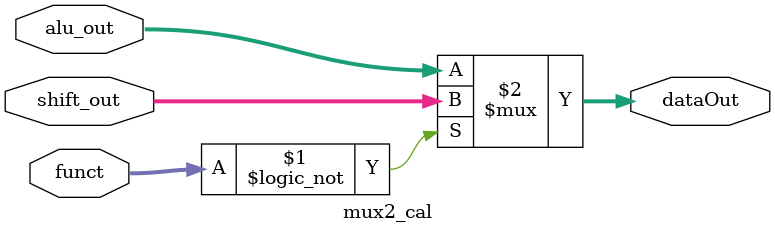
<source format=v>
module mux2_cal( funct, alu_out, shift_out, dataOut ) ;
	input	[5:0]  funct ;
	input	[31:0] alu_out, shift_out ;
	output	[31:0] dataOut ;
	assign dataOut = ( funct == 6'd0 ) ? shift_out : alu_out ;
endmodule
</source>
